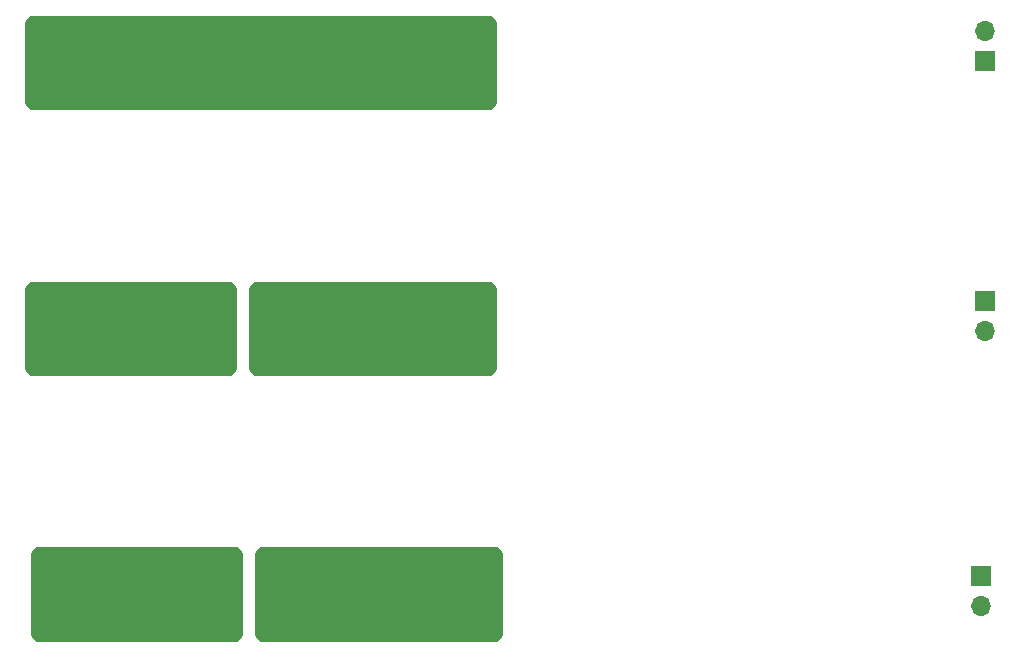
<source format=gbr>
G04 #@! TF.GenerationSoftware,KiCad,Pcbnew,5.0.2-bee76a0~70~ubuntu16.04.1*
G04 #@! TF.CreationDate,2018-12-03T21:57:15-05:00*
G04 #@! TF.ProjectId,BMS_balancing_test,424d535f-6261-46c6-916e-63696e675f74,rev?*
G04 #@! TF.SameCoordinates,Original*
G04 #@! TF.FileFunction,Copper,L2,Bot*
G04 #@! TF.FilePolarity,Positive*
%FSLAX46Y46*%
G04 Gerber Fmt 4.6, Leading zero omitted, Abs format (unit mm)*
G04 Created by KiCad (PCBNEW 5.0.2-bee76a0~70~ubuntu16.04.1) date Mon 03 Dec 2018 09:57:15 PM EST*
%MOMM*%
%LPD*%
G01*
G04 APERTURE LIST*
G04 #@! TA.AperFunction,ComponentPad*
%ADD10O,1.700000X1.700000*%
G04 #@! TD*
G04 #@! TA.AperFunction,ComponentPad*
%ADD11R,1.700000X1.700000*%
G04 #@! TD*
G04 #@! TA.AperFunction,ViaPad*
%ADD12C,0.800000*%
G04 #@! TD*
G04 #@! TA.AperFunction,Conductor*
%ADD13C,0.254000*%
G04 #@! TD*
G04 APERTURE END LIST*
D10*
G04 #@! TO.P,J1,2*
G04 #@! TO.N,Net-(J1-Pad2)*
X149500000Y-102000000D03*
D11*
G04 #@! TO.P,J1,1*
G04 #@! TO.N,Net-(J1-Pad1)*
X149500000Y-99460000D03*
G04 #@! TD*
D10*
G04 #@! TO.P,J2,2*
G04 #@! TO.N,Net-(J2-Pad2)*
X149860000Y-78740000D03*
D11*
G04 #@! TO.P,J2,1*
G04 #@! TO.N,Net-(J2-Pad1)*
X149860000Y-76200000D03*
G04 #@! TD*
D10*
G04 #@! TO.P,J3,2*
G04 #@! TO.N,Net-(J3-Pad2)*
X149860000Y-53340000D03*
D11*
G04 #@! TO.P,J3,1*
G04 #@! TO.N,Net-(J3-Pad1)*
X149860000Y-55880000D03*
G04 #@! TD*
D12*
G04 #@! TO.N,Net-(J1-Pad1)*
X85230369Y-104188552D03*
X83960369Y-104188552D03*
X82690369Y-103553552D03*
X82690369Y-102283552D03*
X82690369Y-101013552D03*
X82690369Y-99743552D03*
X82690369Y-98473552D03*
X83960369Y-97838552D03*
X85230369Y-97838552D03*
G04 #@! TO.N,Net-(J1-Pad2)*
X90310369Y-104188552D03*
X91580369Y-104188552D03*
X92850369Y-103553552D03*
X92850369Y-102283552D03*
X92850369Y-101013552D03*
X92850369Y-99743552D03*
X92850369Y-98473552D03*
X91580369Y-97838552D03*
X90310369Y-97838552D03*
G04 #@! TO.N,Net-(J2-Pad2)*
X94000000Y-76000000D03*
X96000000Y-76000000D03*
X98000000Y-76000000D03*
X98000000Y-77500000D03*
X98000000Y-79500000D03*
X98000000Y-81500000D03*
X96000000Y-81500000D03*
X94000000Y-81500000D03*
G04 #@! TO.N,Net-(J2-Pad1)*
X80500000Y-76000000D03*
X78500000Y-76000000D03*
X76500000Y-76000000D03*
X76500000Y-77470000D03*
X76500000Y-79500000D03*
X76500000Y-81500000D03*
X78500000Y-81500000D03*
X80500000Y-81500000D03*
G04 #@! TO.N,Net-(R3-PadEP)*
X71620000Y-53340000D03*
X74160000Y-53340000D03*
X76700000Y-53340000D03*
X76700000Y-55880000D03*
X74160000Y-55880000D03*
X71620000Y-55880000D03*
X71620000Y-58420000D03*
X74160000Y-58420000D03*
X76700000Y-58420000D03*
X75500000Y-57000000D03*
X73000000Y-57000000D03*
X73000000Y-54500000D03*
X75500000Y-54500000D03*
G04 #@! TD*
D13*
G04 #@! TO.N,Net-(R3-PadEP)*
G36*
X108373000Y-52552606D02*
X108373000Y-59447394D01*
X107947394Y-59873000D01*
X69052606Y-59873000D01*
X68627000Y-59447394D01*
X68627000Y-52552606D01*
X69052606Y-52127000D01*
X107947394Y-52127000D01*
X108373000Y-52552606D01*
X108373000Y-52552606D01*
G37*
X108373000Y-52552606D02*
X108373000Y-59447394D01*
X107947394Y-59873000D01*
X69052606Y-59873000D01*
X68627000Y-59447394D01*
X68627000Y-52552606D01*
X69052606Y-52127000D01*
X107947394Y-52127000D01*
X108373000Y-52552606D01*
G04 #@! TO.N,Net-(J2-Pad1)*
G36*
X86373000Y-75052606D02*
X86373000Y-81947394D01*
X85947394Y-82373000D01*
X69052606Y-82373000D01*
X68627000Y-81947394D01*
X68627000Y-75052606D01*
X69052606Y-74627000D01*
X85947394Y-74627000D01*
X86373000Y-75052606D01*
X86373000Y-75052606D01*
G37*
X86373000Y-75052606D02*
X86373000Y-81947394D01*
X85947394Y-82373000D01*
X69052606Y-82373000D01*
X68627000Y-81947394D01*
X68627000Y-75052606D01*
X69052606Y-74627000D01*
X85947394Y-74627000D01*
X86373000Y-75052606D01*
G04 #@! TO.N,Net-(J2-Pad2)*
G36*
X108373000Y-75052606D02*
X108373000Y-81947394D01*
X107947394Y-82373000D01*
X88052606Y-82373000D01*
X87627000Y-81947394D01*
X87627000Y-75052606D01*
X88052606Y-74627000D01*
X107947394Y-74627000D01*
X108373000Y-75052606D01*
X108373000Y-75052606D01*
G37*
X108373000Y-75052606D02*
X108373000Y-81947394D01*
X107947394Y-82373000D01*
X88052606Y-82373000D01*
X87627000Y-81947394D01*
X87627000Y-75052606D01*
X88052606Y-74627000D01*
X107947394Y-74627000D01*
X108373000Y-75052606D01*
G04 #@! TO.N,Net-(J1-Pad1)*
G36*
X86873000Y-97552606D02*
X86873000Y-104447394D01*
X86447394Y-104873000D01*
X69552606Y-104873000D01*
X69127000Y-104447394D01*
X69127000Y-97552606D01*
X69552606Y-97127000D01*
X86447394Y-97127000D01*
X86873000Y-97552606D01*
X86873000Y-97552606D01*
G37*
X86873000Y-97552606D02*
X86873000Y-104447394D01*
X86447394Y-104873000D01*
X69552606Y-104873000D01*
X69127000Y-104447394D01*
X69127000Y-97552606D01*
X69552606Y-97127000D01*
X86447394Y-97127000D01*
X86873000Y-97552606D01*
G04 #@! TO.N,Net-(J1-Pad2)*
G36*
X108873000Y-97552606D02*
X108873000Y-104447394D01*
X108447394Y-104873000D01*
X88552606Y-104873000D01*
X88127000Y-104447394D01*
X88127000Y-97552606D01*
X88552606Y-97127000D01*
X108447394Y-97127000D01*
X108873000Y-97552606D01*
X108873000Y-97552606D01*
G37*
X108873000Y-97552606D02*
X108873000Y-104447394D01*
X108447394Y-104873000D01*
X88552606Y-104873000D01*
X88127000Y-104447394D01*
X88127000Y-97552606D01*
X88552606Y-97127000D01*
X108447394Y-97127000D01*
X108873000Y-97552606D01*
G04 #@! TD*
M02*

</source>
